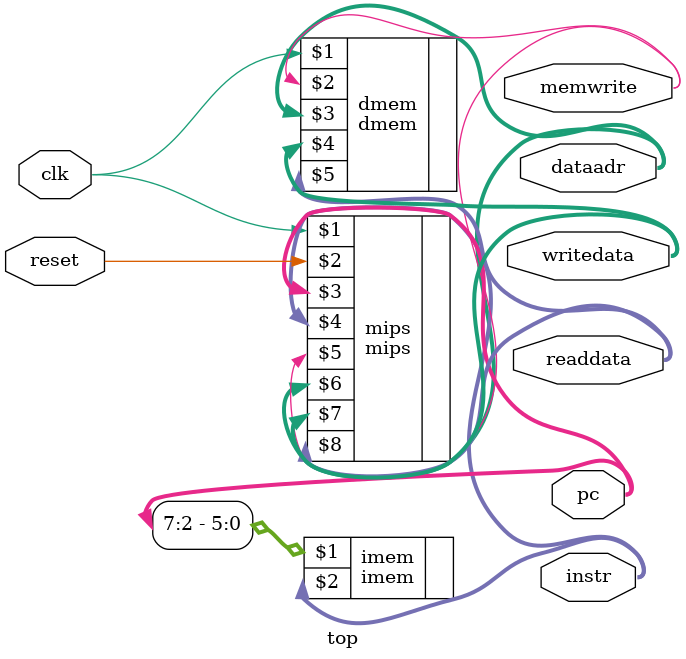
<source format=sv>

module top(input  logic        clk, reset, 
           output logic [31:0] writedata, dataadr, 
           output logic        memwrite,
	   output logic [31:0] pc, instr, readdata);

  //logic [31:0] pc, instr, readdata;
  
  // instantiate processor and memories

  mips mips(clk, reset, pc, instr, memwrite, dataadr, writedata, readdata);

  imem imem(pc[7:2], instr);

  dmem dmem(clk, memwrite, dataadr, writedata, readdata);

endmodule


</source>
